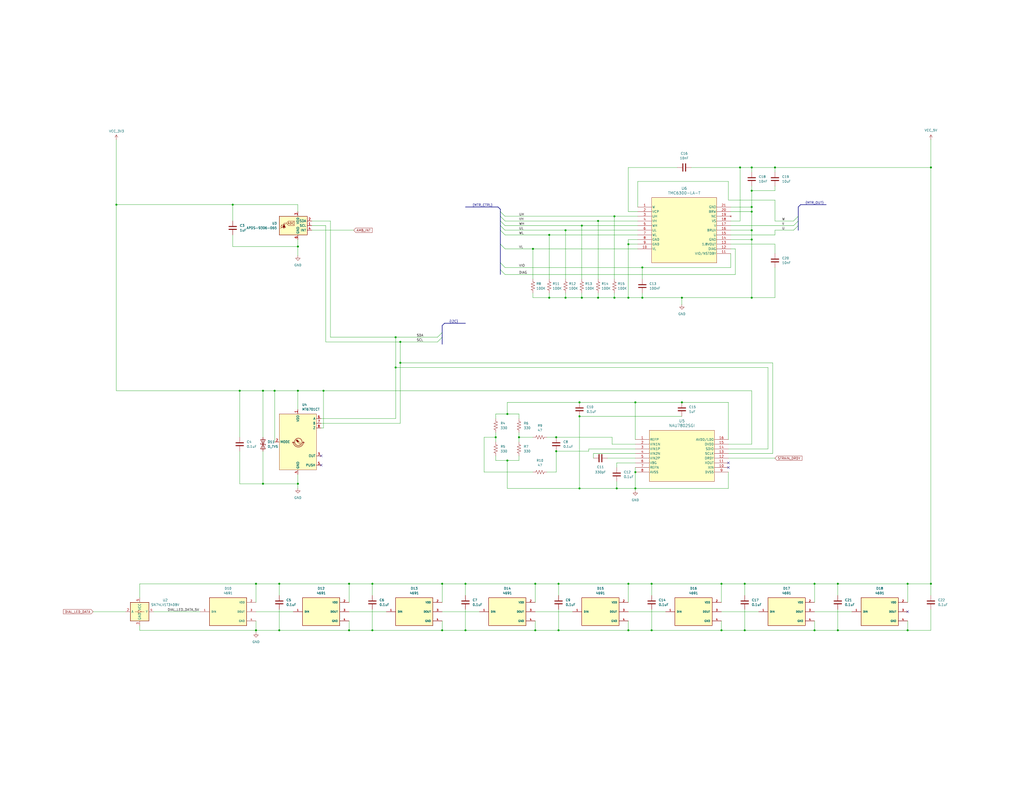
<source format=kicad_sch>
(kicad_sch (version 20231120) (generator "eeschema") (generator_version "8.0")
  (paper "C")
  (title_block (title "Dial") (date "2025-03-28") (rev "0") (company "Biro") (comment 1 "Biro 1"))
  (lib_symbols
    (symbol "Device:C" (pin_numbers hide) (pin_names (offset 0.254))
      (property "Reference" "C" (at 0.635 2.54 0))
      (property "Value" "C" (at 0.635 -2.54 0))
      (symbol "C_0_1"
        (polyline (pts (xy -2.032 -0.762) (xy 2.032 -0.762)) (stroke (width 0.508)))
        (polyline (pts (xy -2.032 0.762) (xy 2.032 0.762)) (stroke (width 0.508)))
      )
      (symbol "C_1_1"
        (pin passive line (at 0 3.81 270) (length 2.794) (name "~") (number "1"))
        (pin passive line (at 0 -3.81 90) (length 2.794) (name "~") (number "2"))
      )
    )
    (symbol "Device:D_TVS" (pin_numbers hide) (pin_names (offset 1.016) hide)
      (property "Reference" "D" (at 0 2.54 0))
      (property "Value" "D_TVS" (at 0 -2.54 0))
      (symbol "D_TVS_0_1"
        (polyline (pts (xy 1.27 0) (xy -1.27 0)))
        (polyline (pts (xy 0.508 1.27) (xy 0 1.27) (xy 0 -1.27) (xy -0.508 -1.27)) (stroke (width 0.254)))
        (polyline (pts (xy -2.54 1.27) (xy -2.54 -1.27) (xy 2.54 1.27) (xy 2.54 -1.27) (xy -2.54 1.27)) (stroke (width 0.254)))
      )
      (symbol "D_TVS_1_1"
        (pin passive line (at -3.81 0 0) (length 2.54) (name "A1") (number "1"))
        (pin passive line (at 3.81 0 180) (length 2.54) (name "A2") (number "2"))
      )
    )
    (symbol "Device:R_US" (pin_numbers hide) (pin_names (offset 0))
      (property "Reference" "R" (at 2.54 0 90))
      (property "Value" "R_US" (at -2.54 0 90))
      (symbol "R_US_0_1"
        (polyline (pts (xy 0 -2.286) (xy 0 -2.54)))
        (polyline (pts (xy 0 2.286) (xy 0 2.54)))
        (polyline (pts (xy 0 -0.762) (xy 1.016 -1.143) (xy 0 -1.524) (xy -1.016 -1.905) (xy 0 -2.286)))
        (polyline (pts (xy 0 0.762) (xy 1.016 0.381) (xy 0 0) (xy -1.016 -0.381) (xy 0 -0.762)))
        (polyline (pts (xy 0 2.286) (xy 1.016 1.905) (xy 0 1.524) (xy -1.016 1.143) (xy 0 0.762)))
      )
      (symbol "R_US_1_1"
        (pin passive line (at 0 3.81 270) (length 1.27) (name "~") (number "1"))
        (pin passive line (at 0 -3.81 90) (length 1.27) (name "~") (number "2"))
      )
    )
    (symbol "Logic_LevelTranslator:SN74LV1T34DBV"
      (property "Reference" "U" (at 5.08 6.35 0))
      (property "Value" "SN74LV1T34DBV" (at 5.08 3.81 0))
      (symbol "SN74LV1T34DBV_0_1"
        (rectangle (start -5.08 5.08) (end 5.08 -5.08) (stroke (width 0.254)) (fill (type background)))
        (polyline (pts (xy -0.762 0) (xy -2.54 0)))
        (polyline (pts (xy 1.016 0) (xy 2.54 0)))
      )
      (symbol "SN74LV1T34DBV_1_1"
        (polyline (pts (xy -0.762 -0.762) (xy -0.762 0.762) (xy 1.016 0) (xy -0.762 -0.762)))
        (pin no_connect line (at -5.08 2.54 0) (length 2.54) hide (name "NC") (number "1"))
        (pin input line (at -7.62 0 0) (length 2.54) (name "A") (number "2"))
        (pin power_in line (at 0 -7.62 90) (length 2.54) (name "GND") (number "3"))
        (pin output line (at 7.62 0 180) (length 2.54) (name "Y") (number "4"))
        (pin power_in line (at 0 7.62 270) (length 2.54) (name "VCC") (number "5"))
      )
    )
    (symbol "Sensor_Magnetic:MT6701CT"
      (property "Reference" "U" (at -9.6632 16.4397 0))
      (property "Value" "MT6701CT" (at 5.5155 16.4397 0))
      (symbol "MT6701CT_0_1"
        (arc (start -2.54 0) (mid 0.254 -2.7819) (end 3.048 0) (stroke (width 0.254)))
        (polyline (pts (xy -2.54 0) (xy -3.048 -0.508)) (stroke (width 0.254)))
        (polyline (pts (xy -2.54 0) (xy -2.032 -0.508)) (stroke (width 0.254)))
        (polyline (pts (xy 3.048 0) (xy 2.54 -0.508)) (stroke (width 0.254)))
        (polyline (pts (xy 3.048 0) (xy 3.556 -0.508)) (stroke (width 0.254)))
      )
      (symbol "MT6701CT_1_1"
        (rectangle (start -10.16 15.24) (end 10.16 -15.24) (fill (type background)))
        (polyline (pts (xy 0.508 0.254) (xy 1.524 -0.762) (xy 1.016 -1.27) (xy 0 -0.254)))
        (polyline (pts (xy -0.508 1.27) (xy 0.508 0.254) (xy 0 -0.254) (xy -1.016 0.762) (xy -0.762 1.016) (xy -0.508 1.27) (xy -0.381 1.143)) (fill (type outline)))
        (circle (center 0.254 0) (radius 2.032) (stroke (width 0.254)))
        (pin power_in line (at 0 17.78 270) (length 2.54) (name "VDD") (number "1"))
        (pin input line (at -12.7 0 0) (length 2.54) (name "MODE") (number "2"))
        (pin output line (at 12.7 -7.62 180) (length 2.54) (name "OUT") (number "3"))
        (pin power_in line (at 0 -17.78 90) (length 2.54) (name "GND") (number "4"))
        (pin output line (at 12.7 -12.7 180) (length 2.54) (name "PUSH") (number "5"))
        (pin output line (at 12.7 12.7 180) (length 2.54) (name "A") (number "6"))
        (pin output line (at 12.7 10.16 180) (length 2.54) (name "B") (number "7"))
        (pin output line (at 12.7 7.62 180) (length 2.54) (name "Z") (number "8"))
      )
    )
    (symbol "Sensor_Optical:APDS-9306-065"
      (property "Reference" "U" (at -6.35 6.35 0))
      (property "Value" "APDS-9306-065" (at 3.81 6.35 0))
      (symbol "APDS-9306-065_0_0"
        (polyline (pts (xy -3.81 1.27) (xy -2.54 2.54) (xy 0.635 2.54) (xy 0.635 0) (xy -2.54 0) (xy -3.81 1.27)))
        (text "ADC" (at -1.27 1.27 0) (effects (font (size 1.27 1.27))))
      )
      (symbol "APDS-9306-065_0_1"
        (rectangle (start -7.62 5.08) (end 7.62 -5.08) (stroke (width 0.254)) (fill (type background)))
      )
      (symbol "APDS-9306-065_1_0"
        (polyline (pts (xy -5.08 -1.524) (xy -5.08 1.27) (xy -3.81 1.27)))
      )
      (symbol "APDS-9306-065_1_1"
        (polyline (pts (xy -6.223 -0.762) (xy -7.112 -1.651)))
        (polyline (pts (xy -6.223 -0.762) (xy -6.731 -0.762)))
        (polyline (pts (xy -6.223 -0.762) (xy -6.223 -1.27)))
        (polyline (pts (xy -6.096 0.254) (xy -6.985 -0.635)))
        (polyline (pts (xy -6.096 0.254) (xy -6.604 0.254)))
        (polyline (pts (xy -6.096 0.254) (xy -6.096 -0.254)))
        (polyline (pts (xy -5.842 0.635) (xy -4.191 0.635)))
        (polyline (pts (xy -4.826 -1.524) (xy -5.334 -1.524)))
        (polyline (pts (xy -5.842 -1.016) (xy -4.191 -1.016) (xy -5.08 0.635) (xy -5.842 -1.016)) (fill (type outline)))
        (pin input line (at 10.16 0 180) (length 2.54) (name "SCL") (number "1"))
        (pin bidirectional line (at 10.16 2.54 180) (length 2.54) (name "SDA") (number "2"))
        (pin power_in line (at 2.54 7.62 270) (length 2.54) (name "VDD") (number "3"))
        (pin open_collector line (at 10.16 -2.54 180) (length 2.54) (name "INT") (number "4"))
        (pin no_connect line (at -7.62 2.54 0) (length 2.54) hide (name "NC") (number "5"))
        (pin power_in line (at 2.54 -7.62 90) (length 2.54) (name "GND") (number "6"))
      )
    )
    (symbol "my_lib:4691" (pin_names (offset 1.016))
      (property "Reference" "D" (at -10.16 8.382 0))
      (property "Value" "4691" (at -10.16 -10.16 0))
      (symbol "4691_0_0"
        (rectangle (start -10.16 -7.62) (end 10.16 7.62) (stroke (width 0.254)) (fill (type background)))
        (pin input line (at -15.24 0 0) (length 5.08) (name "DIN") (number "1"))
        (pin power_in line (at 15.24 5.08 180) (length 5.08) (name "VDD") (number "2"))
        (pin output line (at 15.24 0 180) (length 5.08) (name "DOUT") (number "3"))
        (pin power_in line (at 15.24 -5.08 180) (length 5.08) (name "GND") (number "4"))
      )
    )
    (symbol "my_lib:NAU7802SGI" (pin_names (offset 0.254))
      (property "Reference" "U" (at 25.4 10.16 0))
      (property "Value" "NAU7802SGI" (at 25.4 7.62 0))
      (symbol "NAU7802SGI_0_1"
        (pin unspecified line (at 0 0 0) (length 7.62) (name "REFP") (number "1"))
        (pin unspecified line (at 50.8 -15.24 180) (length 7.62) (name "XIN") (number "10"))
        (pin output line (at 50.8 -12.7 180) (length 7.62) (name "XOUT") (number "11"))
        (pin unspecified line (at 50.8 -10.16 180) (length 7.62) (name "DRDY") (number "12"))
        (pin unspecified line (at 50.8 -7.62 180) (length 7.62) (name "SCLK") (number "13"))
        (pin unspecified line (at 50.8 -5.08 180) (length 7.62) (name "SDIO") (number "14"))
        (pin power_in line (at 50.8 -2.54 180) (length 7.62) (name "DVDD") (number "15"))
        (pin power_in line (at 50.8 0 180) (length 7.62) (name "AVDD/LDO") (number "16"))
        (pin input line (at 0 -2.54 0) (length 7.62) (name "VIN1N") (number "2"))
        (pin input line (at 0 -5.08 0) (length 7.62) (name "VIN1P") (number "3"))
        (pin input line (at 0 -7.62 0) (length 7.62) (name "VIN2N") (number "4"))
        (pin input line (at 0 -10.16 0) (length 7.62) (name "VIN2P") (number "5"))
        (pin unspecified line (at 0 -12.7 0) (length 7.62) (name "VBG") (number "6"))
        (pin unspecified line (at 0 -15.24 0) (length 7.62) (name "REFN") (number "7"))
        (pin power_out line (at 0 -17.78 0) (length 7.62) (name "AVSS") (number "8"))
        (pin power_out line (at 50.8 -17.78 180) (length 7.62) (name "DVSS") (number "9"))
      )
      (symbol "NAU7802SGI_1_1"
        (rectangle (start 7.62 5.08) (end 43.18 -22.86) (fill (type background)))
      )
    )
    (symbol "my_lib:TMC6300-LA-T" (pin_names (offset 0.254))
      (property "Reference" "U" (at 25.4 10.16 0))
      (property "Value" "TMC6300-LA-T" (at 25.4 7.62 0))
      (symbol "TMC6300-LA-T_0_1"
        (pin output line (at 0 0 0) (length 7.62) (name "W") (number "1"))
        (pin input line (at 0 -22.86 0) (length 7.62) (name "VL") (number "10"))
        (pin power_in line (at 50.8 -25.4 180) (length 7.62) (name "VIO/NSTDBY") (number "11"))
        (pin output line (at 50.8 -22.86 180) (length 7.62) (name "DIAG") (number "12"))
        (pin power_in line (at 50.8 -20.32 180) (length 7.62) (name "1.8VOUT") (number "13"))
        (pin power_out line (at 50.8 -17.78 180) (length 7.62) (name "GND") (number "14"))
        (pin output line (at 50.8 -15.24 180) (length 7.62) (name "U") (number "15"))
        (pin unspecified line (at 50.8 -12.7 180) (length 7.62) (name "BRUV") (number "16"))
        (pin output line (at 50.8 -10.16 180) (length 7.62) (name "V") (number "17"))
        (pin power_in line (at 50.8 -7.62 180) (length 7.62) (name "VS") (number "18"))
        (pin no_connect line (at 50.8 -5.08 180) (length 7.62) (name "NC") (number "19"))
        (pin power_in line (at 0 -2.54 0) (length 7.62) (name "VCP") (number "2"))
        (pin unspecified line (at 50.8 -2.54 180) (length 7.62) (name "BRW") (number "20"))
        (pin power_out line (at 50.8 0 180) (length 7.62) (name "GND") (number "21"))
        (pin input line (at 0 -5.08 0) (length 7.62) (name "UH") (number "3"))
        (pin input line (at 0 -7.62 0) (length 7.62) (name "VH") (number "4"))
        (pin input line (at 0 -10.16 0) (length 7.62) (name "WH") (number "5"))
        (pin input line (at 0 -12.7 0) (length 7.62) (name "UL") (number "6"))
        (pin input line (at 0 -15.24 0) (length 7.62) (name "WL") (number "7"))
        (pin power_out line (at 0 -17.78 0) (length 7.62) (name "GND") (number "8"))
        (pin power_out line (at 0 -20.32 0) (length 7.62) (name "GND") (number "9"))
      )
      (symbol "TMC6300-LA-T_1_1"
        (rectangle (start 7.62 5.08) (end 43.18 -30.48) (fill (type background)))
      )
    )
    (symbol "power:+3V3" (power) (pin_numbers hide) (pin_names (offset 0) hide)
      (property "Value" "+3V3" (at 0 3.556 0))
      (symbol "+3V3_0_1"
        (polyline (pts (xy -0.762 1.27) (xy 0 2.54)))
        (polyline (pts (xy 0 0) (xy 0 2.54)))
        (polyline (pts (xy 0 2.54) (xy 0.762 1.27)))
      )
      (symbol "+3V3_1_1"
        (pin power_in line (at 0 0 90) (length 0) (name "~") (number "1"))
      )
    )
    (symbol "power:GND" (power) (pin_numbers hide) (pin_names (offset 0) hide)
      (property "Value" "GND" (at 0 -3.81 0))
      (symbol "GND_0_1"
        (polyline (pts (xy 0 0) (xy 0 -1.27) (xy 1.27 -1.27) (xy 0 -2.54) (xy -1.27 -1.27) (xy 0 -1.27)))
      )
      (symbol "GND_1_1"
        (pin power_in line (at 0 0 270) (length 0) (name "~") (number "1"))
      )
    )
    (symbol "power:VCC" (power) (pin_numbers hide) (pin_names (offset 0) hide)
      (property "Value" "VCC" (at 0 3.556 0))
      (symbol "VCC_0_1"
        (polyline (pts (xy -0.762 1.27) (xy 0 2.54)))
        (polyline (pts (xy 0 0) (xy 0 2.54)))
        (polyline (pts (xy 0 2.54) (xy 0.762 1.27)))
      )
      (symbol "VCC_1_1"
        (pin power_in line (at 0 0 90) (length 0) (name "~") (number "1"))
      )
    )
  )
  (bus_alias "I2C" (members "SDA" "SCL"))
  (bus_alias "MTR_CTRL" (members "UH" "VH" "WH" "UL" "VL" "WL" "VIO" "DIAG"))
  (bus_alias "MTR_OUT" (members "SDA" "SCL"))
  (junction (at 299.72 162.56))
  (junction (at 346.71 257.81))
  (junction (at 350.52 162.56))
  (junction (at 176.53 213.36))
  (junction (at 127 111.76))
  (junction (at 355.6 344.17))
  (junction (at 241.3 344.17))
  (junction (at 143.51 213.36))
  (junction (at 304.8 344.17))
  (junction (at 316.23 227.33))
  (junction (at 336.55 266.7))
  (junction (at 152.4 344.17))
  (junction (at 355.6 318.77))
  (junction (at 342.9 133.35))
  (junction (at 149.86 213.36))
  (junction (at 495.3 318.77))
  (junction (at 335.28 118.11))
  (junction (at 143.51 264.16))
  (junction (at 326.39 162.56))
  (junction (at 410.21 115.57))
  (junction (at 422.91 91.44))
  (junction (at 241.3 318.77))
  (junction (at 190.5 344.17))
  (junction (at 162.56 213.36))
  (junction (at 190.5 318.77))
  (junction (at 372.11 219.71))
  (junction (at 317.5 123.19))
  (junction (at 303.53 246.38))
  (junction (at 457.2 344.17))
  (junction (at 317.5 162.56))
  (junction (at 410.21 130.81))
  (junction (at 308.61 125.73))
  (junction (at 139.7 344.17))
  (junction (at 350.52 146.05))
  (junction (at 316.23 219.71))
  (junction (at 406.4 344.17))
  (junction (at 203.2 318.77))
  (junction (at 254 318.77))
  (junction (at 444.5 318.77))
  (junction (at 403.86 91.44))
  (junction (at 292.1 318.77))
  (junction (at 152.4 318.77))
  (junction (at 290.83 135.89))
  (junction (at 292.1 344.17))
  (junction (at 203.2 344.17))
  (junction (at 218.44 198.12))
  (junction (at 410.21 104.14))
  (junction (at 215.9 200.66))
  (junction (at 342.9 162.56))
  (junction (at 215.9 184.15))
  (junction (at 130.81 213.36))
  (junction (at 326.39 120.65))
  (junction (at 303.53 238.76))
  (junction (at 283.21 238.76))
  (junction (at 276.86 226.06))
  (junction (at 304.8 318.77))
  (junction (at 406.4 318.77))
  (junction (at 508 91.44))
  (junction (at 444.5 344.17))
  (junction (at 308.61 162.56))
  (junction (at 410.21 91.44))
  (junction (at 276.86 251.46))
  (junction (at 508 318.77))
  (junction (at 299.72 128.27))
  (junction (at 346.71 219.71))
  (junction (at 63.5 111.76))
  (junction (at 410.21 113.03))
  (junction (at 139.7 318.77))
  (junction (at 270.51 238.76))
  (junction (at 342.9 318.77))
  (junction (at 162.56 264.16))
  (junction (at 335.28 162.56))
  (junction (at 346.71 266.7))
  (junction (at 495.3 344.17))
  (junction (at 410.21 162.56))
  (junction (at 316.23 266.7))
  (junction (at 342.9 344.17))
  (junction (at 162.56 134.62))
  (junction (at 457.2 318.77))
  (junction (at 218.44 186.69))
  (junction (at 410.21 125.73))
  (junction (at 254 344.17))
  (junction (at 393.7 318.77))
  (junction (at 372.11 162.56))
  (junction (at 393.7 344.17))
  (no_connect (at 175.26 254))
  (no_connect (at 397.51 252.73))
  (no_connect (at 495.3 334.01))
  (no_connect (at 175.26 248.92))
  (no_connect (at 397.51 255.27))
  (bus_entry (at 435.61 123.19) (size -2.54 2.54))
  (bus_entry (at 273.05 120.65) (size 2.54 2.54))
  (bus_entry (at 435.61 118.11) (size -2.54 2.54))
  (bus_entry (at 273.05 125.73) (size 2.54 2.54))
  (bus_entry (at 435.61 120.65) (size -2.54 2.54))
  (bus_entry (at 273.05 118.11) (size 2.54 2.54))
  (bus_entry (at 241.3 181.61) (size -2.54 2.54))
  (bus_entry (at 241.3 184.15) (size -2.54 2.54))
  (bus_entry (at 273.05 133.35) (size 2.54 2.54))
  (bus_entry (at 273.05 147.32) (size 2.54 2.54))
  (bus_entry (at 273.05 143.51) (size 2.54 2.54))
  (bus_entry (at 273.05 123.19) (size 2.54 2.54))
  (bus_entry (at 273.05 115.57) (size 2.54 2.54))
  (wire (pts (xy 406.4 318.77) (xy 444.5 318.77)))
  (wire (pts (xy 304.8 344.17) (xy 342.9 344.17)))
  (wire (pts (xy 317.5 162.56) (xy 326.39 162.56)))
  (wire (pts (xy 422.91 162.56) (xy 410.21 162.56)))
  (wire (pts (xy 342.9 133.35) (xy 347.98 133.35)))
  (bus (pts (xy 242.57 176.53) (xy 254 176.53)))
  (wire (pts (xy 139.7 344.17) (xy 139.7 345.44)))
  (wire (pts (xy 63.5 213.36) (xy 130.81 213.36)))
  (wire (pts (xy 342.9 334.01) (xy 363.22 334.01)))
  (wire (pts (xy 190.5 318.77) (xy 190.5 328.93)))
  (wire (pts (xy 175.26 231.14) (xy 218.44 231.14)))
  (wire (pts (xy 410.21 213.36) (xy 410.21 242.57)))
  (wire (pts (xy 190.5 334.01) (xy 210.82 334.01)))
  (wire (pts (xy 170.18 125.73) (xy 193.04 125.73)))
  (wire (pts (xy 130.81 213.36) (xy 143.51 213.36)))
  (wire (pts (xy 419.1 245.11) (xy 419.1 200.66)))
  (wire (pts (xy 393.7 344.17) (xy 406.4 344.17)))
  (wire (pts (xy 398.78 123.19) (xy 433.07 123.19)))
  (wire (pts (xy 397.51 109.22) (xy 422.91 109.22)))
  (wire (pts (xy 444.5 318.77) (xy 444.5 328.93)))
  (wire (pts (xy 422.91 133.35) (xy 398.78 133.35)))
  (wire (pts (xy 397.51 250.19) (xy 422.91 250.19)))
  (bus (pts (xy 273.05 143.51) (xy 273.05 147.32)))
  (wire (pts (xy 457.2 318.77) (xy 457.2 325.12)))
  (wire (pts (xy 326.39 160.02) (xy 326.39 162.56)))
  (wire (pts (xy 139.7 318.77) (xy 139.7 328.93)))
  (wire (pts (xy 292.1 339.09) (xy 292.1 344.17)))
  (wire (pts (xy 190.5 344.17) (xy 203.2 344.17)))
  (wire (pts (xy 508 76.2) (xy 508 91.44)))
  (wire (pts (xy 152.4 344.17) (xy 190.5 344.17)))
  (wire (pts (xy 304.8 318.77) (xy 342.9 318.77)))
  (wire (pts (xy 203.2 318.77) (xy 241.3 318.77)))
  (wire (pts (xy 342.9 162.56) (xy 350.52 162.56)))
  (wire (pts (xy 130.81 246.38) (xy 130.81 264.16)))
  (wire (pts (xy 241.3 318.77) (xy 241.3 328.93)))
  (wire (pts (xy 377.19 91.44) (xy 403.86 91.44)))
  (wire (pts (xy 218.44 186.69) (xy 238.76 186.69)))
  (wire (pts (xy 180.34 184.15) (xy 215.9 184.15)))
  (wire (pts (xy 457.2 332.74) (xy 457.2 344.17)))
  (wire (pts (xy 304.8 318.77) (xy 304.8 325.12)))
  (wire (pts (xy 190.5 339.09) (xy 190.5 344.17)))
  (wire (pts (xy 203.2 318.77) (xy 203.2 325.12)))
  (wire (pts (xy 275.59 125.73) (xy 308.61 125.73)))
  (wire (pts (xy 335.28 160.02) (xy 335.28 162.56)))
  (wire (pts (xy 372.11 166.37) (xy 372.11 162.56)))
  (bus (pts (xy 273.05 120.65) (xy 273.05 123.19)))
  (wire (pts (xy 127 134.62) (xy 162.56 134.62)))
  (wire (pts (xy 398.78 125.73) (xy 410.21 125.73)))
  (wire (pts (xy 422.91 91.44) (xy 508 91.44)))
  (wire (pts (xy 254 318.77) (xy 254 325.12)))
  (wire (pts (xy 444.5 318.77) (xy 457.2 318.77)))
  (wire (pts (xy 347.98 115.57) (xy 342.9 115.57)))
  (wire (pts (xy 444.5 334.01) (xy 464.82 334.01)))
  (wire (pts (xy 397.51 266.7) (xy 346.71 266.7)))
  (wire (pts (xy 308.61 162.56) (xy 317.5 162.56)))
  (wire (pts (xy 170.18 123.19) (xy 177.8 123.19)))
  (wire (pts (xy 162.56 111.76) (xy 162.56 115.57)))
  (wire (pts (xy 130.81 213.36) (xy 130.81 238.76)))
  (wire (pts (xy 76.2 326.39) (xy 76.2 318.77)))
  (wire (pts (xy 283.21 236.22) (xy 283.21 238.76)))
  (wire (pts (xy 335.28 162.56) (xy 342.9 162.56)))
  (wire (pts (xy 290.83 257.81) (xy 264.16 257.81)))
  (wire (pts (xy 495.3 318.77) (xy 495.3 328.93)))
  (wire (pts (xy 342.9 133.35) (xy 342.9 162.56)))
  (wire (pts (xy 419.1 200.66) (xy 215.9 200.66)))
  (wire (pts (xy 275.59 120.65) (xy 326.39 120.65)))
  (wire (pts (xy 457.2 344.17) (xy 495.3 344.17)))
  (wire (pts (xy 422.91 109.22) (xy 422.91 120.65)))
  (wire (pts (xy 290.83 160.02) (xy 290.83 162.56)))
  (wire (pts (xy 421.64 247.65) (xy 421.64 198.12)))
  (wire (pts (xy 457.2 318.77) (xy 495.3 318.77)))
  (bus (pts (xy 241.3 177.8) (xy 242.57 176.53)))
  (wire (pts (xy 410.21 104.14) (xy 410.21 113.03)))
  (wire (pts (xy 254 344.17) (xy 292.1 344.17)))
  (wire (pts (xy 149.86 213.36) (xy 162.56 213.36)))
  (wire (pts (xy 299.72 162.56) (xy 308.61 162.56)))
  (wire (pts (xy 180.34 120.65) (xy 180.34 184.15)))
  (bus (pts (xy 273.05 125.73) (xy 273.05 133.35)))
  (wire (pts (xy 398.78 115.57) (xy 410.21 115.57)))
  (wire (pts (xy 270.51 226.06) (xy 276.86 226.06)))
  (wire (pts (xy 139.7 344.17) (xy 152.4 344.17)))
  (wire (pts (xy 270.51 228.6) (xy 270.51 226.06)))
  (wire (pts (xy 347.98 99.06) (xy 397.51 99.06)))
  (wire (pts (xy 149.86 241.3) (xy 149.86 213.36)))
  (wire (pts (xy 139.7 334.01) (xy 160.02 334.01)))
  (wire (pts (xy 342.9 339.09) (xy 342.9 344.17)))
  (wire (pts (xy 162.56 213.36) (xy 162.56 223.52)))
  (wire (pts (xy 218.44 186.69) (xy 218.44 198.12)))
  (wire (pts (xy 63.5 111.76) (xy 63.5 213.36)))
  (wire (pts (xy 170.18 120.65) (xy 180.34 120.65)))
  (wire (pts (xy 398.78 113.03) (xy 410.21 113.03)))
  (wire (pts (xy 410.21 162.56) (xy 372.11 162.56)))
  (wire (pts (xy 127 120.65) (xy 127 111.76)))
  (wire (pts (xy 270.51 248.92) (xy 270.51 251.46)))
  (wire (pts (xy 162.56 264.16) (xy 162.56 266.7)))
  (bus (pts (xy 273.05 123.19) (xy 273.05 125.73)))
  (bus (pts (xy 241.3 177.8) (xy 241.3 181.61)))
  (wire (pts (xy 218.44 198.12) (xy 218.44 231.14)))
  (wire (pts (xy 299.72 128.27) (xy 299.72 152.4)))
  (wire (pts (xy 152.4 318.77) (xy 152.4 325.12)))
  (bus (pts (xy 241.3 184.15) (xy 241.3 187.96)))
  (wire (pts (xy 342.9 115.57) (xy 342.9 91.44)))
  (wire (pts (xy 410.21 113.03) (xy 410.21 115.57)))
  (wire (pts (xy 321.31 245.11) (xy 321.31 246.38)))
  (wire (pts (xy 347.98 130.81) (xy 342.9 130.81)))
  (wire (pts (xy 139.7 318.77) (xy 152.4 318.77)))
  (bus (pts (xy 435.61 118.11) (xy 435.61 120.65)))
  (wire (pts (xy 283.21 251.46) (xy 283.21 248.92)))
  (wire (pts (xy 241.3 344.17) (xy 254 344.17)))
  (wire (pts (xy 398.78 128.27) (xy 422.91 128.27)))
  (wire (pts (xy 290.83 135.89) (xy 347.98 135.89)))
  (wire (pts (xy 254 318.77) (xy 292.1 318.77)))
  (wire (pts (xy 342.9 91.44) (xy 369.57 91.44)))
  (wire (pts (xy 176.53 233.68) (xy 176.53 213.36)))
  (wire (pts (xy 316.23 219.71) (xy 346.71 219.71)))
  (wire (pts (xy 264.16 257.81) (xy 264.16 238.76)))
  (wire (pts (xy 241.3 318.77) (xy 254 318.77)))
  (wire (pts (xy 495.3 344.17) (xy 508 344.17)))
  (wire (pts (xy 276.86 266.7) (xy 276.86 251.46)))
  (wire (pts (xy 317.5 160.02) (xy 317.5 162.56)))
  (wire (pts (xy 275.59 118.11) (xy 335.28 118.11)))
  (wire (pts (xy 283.21 238.76) (xy 283.21 241.3)))
  (wire (pts (xy 444.5 344.17) (xy 457.2 344.17)))
  (wire (pts (xy 308.61 125.73) (xy 347.98 125.73)))
  (wire (pts (xy 276.86 226.06) (xy 283.21 226.06)))
  (wire (pts (xy 410.21 115.57) (xy 410.21 125.73)))
  (wire (pts (xy 398.78 130.81) (xy 410.21 130.81)))
  (wire (pts (xy 276.86 251.46) (xy 283.21 251.46)))
  (wire (pts (xy 317.5 123.19) (xy 317.5 152.4)))
  (wire (pts (xy 299.72 128.27) (xy 347.98 128.27)))
  (wire (pts (xy 283.21 238.76) (xy 290.83 238.76)))
  (wire (pts (xy 422.91 101.6) (xy 422.91 104.14)))
  (wire (pts (xy 323.85 247.65) (xy 346.71 247.65)))
  (wire (pts (xy 397.51 242.57) (xy 410.21 242.57)))
  (wire (pts (xy 495.3 344.17) (xy 495.3 339.09)))
  (bus (pts (xy 436.88 111.76) (xy 450.85 111.76)))
  (wire (pts (xy 350.52 162.56) (xy 372.11 162.56)))
  (wire (pts (xy 292.1 334.01) (xy 312.42 334.01)))
  (wire (pts (xy 264.16 238.76) (xy 270.51 238.76)))
  (wire (pts (xy 355.6 318.77) (xy 355.6 325.12)))
  (wire (pts (xy 355.6 344.17) (xy 393.7 344.17)))
  (wire (pts (xy 422.91 104.14) (xy 410.21 104.14)))
  (wire (pts (xy 203.2 344.17) (xy 241.3 344.17)))
  (wire (pts (xy 298.45 257.81) (xy 303.53 257.81)))
  (wire (pts (xy 422.91 125.73) (xy 433.07 125.73)))
  (wire (pts (xy 299.72 160.02) (xy 299.72 162.56)))
  (wire (pts (xy 508 332.74) (xy 508 344.17)))
  (wire (pts (xy 316.23 266.7) (xy 276.86 266.7)))
  (wire (pts (xy 421.64 198.12) (xy 218.44 198.12)))
  (wire (pts (xy 143.51 264.16) (xy 162.56 264.16)))
  (wire (pts (xy 336.55 262.89) (xy 336.55 266.7)))
  (wire (pts (xy 175.26 228.6) (xy 215.9 228.6)))
  (wire (pts (xy 275.59 123.19) (xy 317.5 123.19)))
  (wire (pts (xy 316.23 219.71) (xy 276.86 219.71)))
  (wire (pts (xy 331.47 250.19) (xy 346.71 250.19)))
  (wire (pts (xy 276.86 219.71) (xy 276.86 226.06)))
  (wire (pts (xy 76.2 341.63) (xy 76.2 344.17)))
  (wire (pts (xy 152.4 332.74) (xy 152.4 344.17)))
  (wire (pts (xy 292.1 318.77) (xy 292.1 328.93)))
  (wire (pts (xy 317.5 123.19) (xy 347.98 123.19)))
  (wire (pts (xy 410.21 101.6) (xy 410.21 104.14)))
  (wire (pts (xy 270.51 236.22) (xy 270.51 238.76)))
  (wire (pts (xy 336.55 266.7) (xy 316.23 266.7)))
  (wire (pts (xy 143.51 213.36) (xy 149.86 213.36)))
  (wire (pts (xy 63.5 76.2) (xy 63.5 111.76)))
  (wire (pts (xy 176.53 233.68) (xy 175.26 233.68)))
  (wire (pts (xy 350.52 146.05) (xy 398.78 146.05)))
  (wire (pts (xy 304.8 332.74) (xy 304.8 344.17)))
  (wire (pts (xy 355.6 332.74) (xy 355.6 344.17)))
  (wire (pts (xy 127 128.27) (xy 127 134.62)))
  (wire (pts (xy 406.4 332.74) (xy 406.4 344.17)))
  (wire (pts (xy 346.71 245.11) (xy 321.31 245.11)))
  (wire (pts (xy 143.51 213.36) (xy 143.51 238.76)))
  (wire (pts (xy 176.53 213.36) (xy 410.21 213.36)))
  (wire (pts (xy 275.59 128.27) (xy 299.72 128.27)))
  (wire (pts (xy 203.2 332.74) (xy 203.2 344.17)))
  (wire (pts (xy 410.21 130.81) (xy 410.21 162.56)))
  (bus (pts (xy 273.05 133.35) (xy 273.05 143.51)))
  (wire (pts (xy 495.3 318.77) (xy 508 318.77)))
  (wire (pts (xy 176.53 213.36) (xy 162.56 213.36)))
  (wire (pts (xy 308.61 125.73) (xy 308.61 152.4)))
  (wire (pts (xy 215.9 228.6) (xy 215.9 200.66)))
  (wire (pts (xy 393.7 318.77) (xy 393.7 328.93)))
  (wire (pts (xy 177.8 186.69) (xy 218.44 186.69)))
  (wire (pts (xy 393.7 339.09) (xy 393.7 344.17)))
  (wire (pts (xy 397.51 247.65) (xy 421.64 247.65)))
  (bus (pts (xy 273.05 114.3) (xy 271.78 113.03)))
  (bus (pts (xy 273.05 147.32) (xy 273.05 149.86)))
  (wire (pts (xy 406.4 344.17) (xy 444.5 344.17)))
  (wire (pts (xy 215.9 184.15) (xy 238.76 184.15)))
  (wire (pts (xy 342.9 318.77) (xy 342.9 328.93)))
  (wire (pts (xy 422.91 91.44) (xy 410.21 91.44)))
  (wire (pts (xy 410.21 125.73) (xy 410.21 130.81)))
  (wire (pts (xy 347.98 113.03) (xy 347.98 99.06)))
  (wire (pts (xy 270.51 238.76) (xy 270.51 241.3)))
  (wire (pts (xy 298.45 238.76) (xy 303.53 238.76)))
  (bus (pts (xy 254 113.03) (xy 271.78 113.03)))
  (wire (pts (xy 422.91 93.98) (xy 422.91 91.44)))
  (wire (pts (xy 335.28 118.11) (xy 335.28 152.4)))
  (wire (pts (xy 398.78 135.89) (xy 401.32 135.89)))
  (wire (pts (xy 316.23 227.33) (xy 372.11 227.33)))
  (wire (pts (xy 303.53 257.81) (xy 303.53 246.38)))
  (wire (pts (xy 346.71 252.73) (xy 336.55 252.73)))
  (bus (pts (xy 273.05 115.57) (xy 273.05 118.11)))
  (wire (pts (xy 326.39 120.65) (xy 347.98 120.65)))
  (wire (pts (xy 346.71 257.81) (xy 346.71 266.7)))
  (wire (pts (xy 397.51 245.11) (xy 419.1 245.11)))
  (wire (pts (xy 323.85 250.19) (xy 323.85 247.65)))
  (wire (pts (xy 215.9 200.66) (xy 215.9 184.15)))
  (wire (pts (xy 346.71 255.27) (xy 346.71 257.81)))
  (wire (pts (xy 508 318.77) (xy 508 325.12)))
  (wire (pts (xy 342.9 130.81) (xy 342.9 133.35)))
  (wire (pts (xy 270.51 251.46) (xy 276.86 251.46)))
  (wire (pts (xy 508 91.44) (xy 508 318.77)))
  (wire (pts (xy 335.28 118.11) (xy 347.98 118.11)))
  (wire (pts (xy 397.51 219.71) (xy 372.11 219.71)))
  (wire (pts (xy 177.8 123.19) (xy 177.8 186.69)))
  (wire (pts (xy 63.5 111.76) (xy 127 111.76)))
  (wire (pts (xy 346.71 219.71) (xy 346.71 240.03)))
  (wire (pts (xy 275.59 149.86) (xy 401.32 149.86)))
  (wire (pts (xy 372.11 219.71) (xy 346.71 219.71)))
  (wire (pts (xy 410.21 91.44) (xy 403.86 91.44)))
  (wire (pts (xy 342.9 318.77) (xy 355.6 318.77)))
  (wire (pts (xy 393.7 318.77) (xy 406.4 318.77)))
  (wire (pts (xy 398.78 120.65) (xy 403.86 120.65)))
  (wire (pts (xy 50.8 334.01) (xy 68.58 334.01)))
  (wire (pts (xy 241.3 339.09) (xy 241.3 344.17)))
  (wire (pts (xy 162.56 134.62) (xy 162.56 139.7)))
  (wire (pts (xy 162.56 259.08) (xy 162.56 264.16)))
  (wire (pts (xy 303.53 246.38) (xy 321.31 246.38)))
  (wire (pts (xy 254 332.74) (xy 254 344.17)))
  (wire (pts (xy 346.71 242.57) (xy 334.01 242.57)))
  (wire (pts (xy 406.4 318.77) (xy 406.4 325.12)))
  (wire (pts (xy 139.7 339.09) (xy 139.7 344.17)))
  (wire (pts (xy 336.55 266.7) (xy 346.71 266.7)))
  (wire (pts (xy 308.61 160.02) (xy 308.61 162.56)))
  (wire (pts (xy 422.91 138.43) (xy 422.91 133.35)))
  (wire (pts (xy 303.53 238.76) (xy 334.01 238.76)))
  (bus (pts (xy 435.61 123.19) (xy 435.61 125.73)))
  (wire (pts (xy 283.21 226.06) (xy 283.21 228.6)))
  (bus (pts (xy 241.3 181.61) (xy 241.3 184.15)))
  (wire (pts (xy 397.51 257.81) (xy 397.51 266.7)))
  (wire (pts (xy 350.52 160.02) (xy 350.52 162.56)))
  (wire (pts (xy 83.82 334.01) (xy 109.22 334.01)))
  (wire (pts (xy 422.91 128.27) (xy 422.91 125.73)))
  (bus (pts (xy 435.61 113.03) (xy 435.61 118.11)))
  (wire (pts (xy 275.59 146.05) (xy 350.52 146.05)))
  (wire (pts (xy 422.91 146.05) (xy 422.91 162.56)))
  (bus (pts (xy 273.05 114.3) (xy 273.05 115.57)))
  (wire (pts (xy 355.6 318.77) (xy 393.7 318.77)))
  (wire (pts (xy 316.23 227.33) (xy 316.23 266.7)))
  (wire (pts (xy 410.21 91.44) (xy 410.21 93.98)))
  (wire (pts (xy 275.59 135.89) (xy 290.83 135.89)))
  (wire (pts (xy 444.5 339.09) (xy 444.5 344.17)))
  (wire (pts (xy 397.51 240.03) (xy 397.51 219.71)))
  (wire (pts (xy 162.56 130.81) (xy 162.56 134.62)))
  (wire (pts (xy 130.81 264.16) (xy 143.51 264.16)))
  (wire (pts (xy 152.4 318.77) (xy 190.5 318.77)))
  (wire (pts (xy 190.5 318.77) (xy 203.2 318.77)))
  (wire (pts (xy 397.51 99.06) (xy 397.51 109.22)))
  (wire (pts (xy 393.7 334.01) (xy 414.02 334.01)))
  (wire (pts (xy 290.83 162.56) (xy 299.72 162.56)))
  (wire (pts (xy 342.9 344.17) (xy 355.6 344.17)))
  (wire (pts (xy 398.78 138.43) (xy 398.78 146.05)))
  (wire (pts (xy 326.39 162.56) (xy 335.28 162.56)))
  (wire (pts (xy 346.71 267.97) (xy 346.71 266.7)))
  (wire (pts (xy 326.39 120.65) (xy 326.39 152.4)))
  (wire (pts (xy 76.2 344.17) (xy 139.7 344.17)))
  (bus (pts (xy 435.61 120.65) (xy 435.61 123.19)))
  (wire (pts (xy 290.83 135.89) (xy 290.83 152.4)))
  (wire (pts (xy 241.3 334.01) (xy 261.62 334.01)))
  (wire (pts (xy 76.2 318.77) (xy 139.7 318.77)))
  (wire (pts (xy 422.91 120.65) (xy 433.07 120.65)))
  (wire (pts (xy 334.01 242.57) (xy 334.01 238.76)))
  (wire (pts (xy 350.52 146.05) (xy 350.52 152.4)))
  (bus (pts (xy 273.05 118.11) (xy 273.05 120.65)))
  (wire (pts (xy 336.55 252.73) (xy 336.55 255.27)))
  (wire (pts (xy 143.51 246.38) (xy 143.51 264.16)))
  (wire (pts (xy 292.1 344.17) (xy 304.8 344.17)))
  (wire (pts (xy 292.1 318.77) (xy 304.8 318.77)))
  (wire (pts (xy 403.86 91.44) (xy 403.86 120.65)))
  (bus (pts (xy 435.61 113.03) (xy 436.88 111.76)))
  (wire (pts (xy 401.32 135.89) (xy 401.32 149.86)))
  (wire (pts (xy 127 111.76) (xy 162.56 111.76)))
  (label "{I2C}" (at 245.11 176.53 0))
  (label "SCL" (at 227.33 186.69 0))
  (label "DIAG" (at 283.21 149.86 0))
  (label "W" (at 426.72 120.65 0))
  (label "VIO" (at 283.21 146.05 0))
  (label "UL" (at 283.21 125.73 0))
  (label "VL" (at 283.21 135.89 0))
  (label "{MTR_CTRL}" (at 257.81 113.03 0))
  (label "V" (at 426.72 123.19 0))
  (label "VH" (at 283.21 120.65 0))
  (label "WL" (at 283.21 128.27 0))
  (label "DIAL_LED_DATA_5V" (at 91.44 334.01 0))
  (label "UH" (at 283.21 118.11 0))
  (label "U" (at 426.72 125.73 0))
  (label "WH" (at 283.21 123.19 0))
  (label "{MTR_OUT}" (at 439.42 111.76 0))
  (label "SDA" (at 227.33 184.15 0))
  (global_label "AMB_INT" (shape input) (at 193.04 125.73 0) (property "Intersheetrefs" "${INTERSHEET_REFS}" (effects (hide yes))))
  (global_label "DIAL_LED_DATA" (shape input) (at 50.8 334.01 180) (property "Intersheetrefs" "${INTERSHEET_REFS}" (effects (hide yes))))
  (global_label "STRAIN_DRDY" (shape input) (at 422.91 250.19 0) (property "Intersheetrefs" "${INTERSHEET_REFS}" (effects (hide yes))))
  (symbol (lib_id "Device:R_US") (at 317.5 156.21 0) (unit 1)
    (property "Reference" "R13" (at 319.278 154.94 0) (effects (justify left)))
    (property "Value" "100K" (at 319.278 157.48 0) (effects (justify left)))
    (property "Description" "Resistor, US symbol" (effects (hide yes)))
  )
  (symbol (lib_id "Device:C") (at 303.53 242.57 0) (unit 1)
    (property "Reference" "C8" (at 307.34 241.2999 0) (effects (justify left)))
    (property "Value" "0.1uF" (at 307.34 243.8399 0) (effects (justify left)))
    (property "Description" "Unpolarized capacitor" (effects (hide yes)))
  )
  (symbol (lib_id "Device:R_US") (at 299.72 156.21 0) (unit 1)
    (property "Reference" "R11" (at 301.498 154.94 0) (effects (justify left)))
    (property "Value" "100K" (at 301.498 157.48 0) (effects (justify left)))
    (property "Description" "Resistor, US symbol" (effects (hide yes)))
  )
  (symbol (lib_id "Device:R_US") (at 283.21 245.11 0) (unit 1)
    (property "Reference" "R7" (at 285.75 243.8399 0) (effects (justify left)))
    (property "Value" "330" (at 285.75 246.3799 0) (effects (justify left)))
    (property "Description" "Resistor, US symbol" (effects (hide yes)))
  )
  (symbol (lib_id "Device:C") (at 355.6 328.93 0) (unit 1)
    (property "Reference" "C14" (at 359.41 327.6599 0) (effects (justify left)))
    (property "Value" "0.1uF" (at 359.41 330.1999 0) (effects (justify left)))
    (property "Description" "Unpolarized capacitor" (effects (hide yes)))
  )
  (symbol (lib_id "Device:C") (at 127 124.46 0) (unit 1)
    (property "Reference" "C3" (at 130.81 123.1899 0) (effects (justify left)))
    (property "Value" "1uF" (at 130.81 125.7299 0) (effects (justify left)))
    (property "Description" "Unpolarized capacitor" (effects (hide yes)))
  )
  (symbol (lib_id "my_lib:4691") (at 175.26 334.01 0) (unit 1)
    (property "Reference" "D12" (at 175.26 321.31 0))
    (property "Value" "4691" (at 175.26 323.85 0))
    (property "Footprint" "LED_4691:LED_4691" (effects (hide yes)))
  )
  (symbol (lib_id "my_lib:4691") (at 276.86 334.01 0) (unit 1)
    (property "Reference" "D14" (at 276.86 321.31 0))
    (property "Value" "4691" (at 276.86 323.85 0))
    (property "Footprint" "LED_4691:LED_4691" (effects (hide yes)))
  )
  (symbol (lib_id "Device:R_US") (at 283.21 232.41 0) (unit 1)
    (property "Reference" "R6" (at 285.75 231.1399 0) (effects (justify left)))
    (property "Value" "330" (at 285.75 233.6799 0) (effects (justify left)))
    (property "Description" "Resistor, US symbol" (effects (hide yes)))
  )
  (symbol (lib_id "Device:C") (at 304.8 328.93 0) (unit 1)
    (property "Reference" "C9" (at 308.61 327.6599 0) (effects (justify left)))
    (property "Value" "0.1uF" (at 308.61 330.1999 0) (effects (justify left)))
    (property "Description" "Unpolarized capacitor" (effects (hide yes)))
  )
  (symbol (lib_id "Device:R_US") (at 294.64 257.81 90) (unit 1)
    (property "Reference" "R10" (at 294.64 251.46 90))
    (property "Value" "47" (at 294.64 254 90))
    (property "Description" "Resistor, US symbol" (effects (hide yes)))
  )
  (symbol (lib_id "Sensor_Optical:APDS-9306-065") (at 160.02 123.19 0) (unit 1)
    (property "Reference" "U3" (at 151.13 121.9199 0) (effects (justify right)))
    (property "Value" "APDS-9306-065" (at 151.13 124.4599 0) (effects (justify right)))
    (property "Footprint" "OptoDevice:Broadcom_DFN-6_2x2mm_P0.65mm" (effects (hide yes)))
    (property "Datasheet" "https://docs.broadcom.com/docs/AV02-4755EN" (effects (hide yes)))
    (property "Description" "Ambient Light Sensor, I2C interface, 1.7-3.6V, DFN-6" (effects (hide yes)))
  )
  (symbol (lib_id "Device:C") (at 457.2 328.93 0) (unit 1)
    (property "Reference" "C21" (at 461.01 327.6599 0) (effects (justify left)))
    (property "Value" "0.1uF" (at 461.01 330.1999 0) (effects (justify left)))
    (property "Description" "Unpolarized capacitor" (effects (hide yes)))
  )
  (symbol (lib_id "Device:R_US") (at 308.61 156.21 0) (unit 1)
    (property "Reference" "R12" (at 310.388 154.94 0) (effects (justify left)))
    (property "Value" "100K" (at 310.388 157.48 0) (effects (justify left)))
    (property "Description" "Resistor, US symbol" (effects (hide yes)))
  )
  (symbol (lib_id "power:+3V3") (at 63.5 76.2 0) (unit 1)
    (property "Reference" "#PWR9" (effects (hide yes)))
    (property "Value" "VCC_3V3" (at 59.436 71.628 0) (effects (justify left)))
    (property "Description" "Power symbol creates a global label with name \"+3V3\"" (effects (hide yes)))
  )
  (symbol (lib_id "power:GND") (at 162.56 139.7 0) (unit 1)
    (property "Reference" "#PWR11" (effects (hide yes)))
    (property "Value" "GND" (at 162.56 144.78 0))
    (property "Description" "Power symbol creates a global label with name \"GND\" , ground" (effects (hide yes)))
  )
  (symbol (lib_id "Device:C") (at 422.91 97.79 0) (unit 1)
    (property "Reference" "C19" (at 426.72 96.5199 0) (effects (justify left)))
    (property "Value" "10uF" (at 426.72 99.0599 0) (effects (justify left)))
    (property "Description" "Unpolarized capacitor" (effects (hide yes)))
  )
  (symbol (lib_id "Device:C") (at 203.2 328.93 0) (unit 1)
    (property "Reference" "C6" (at 207.01 327.6599 0) (effects (justify left)))
    (property "Value" "0.1uF" (at 207.01 330.1999 0) (effects (justify left)))
    (property "Description" "Unpolarized capacitor" (effects (hide yes)))
  )
  (symbol (lib_id "power:GND") (at 372.11 166.37 0) (unit 1)
    (property "Reference" "#PWR14" (effects (hide yes)))
    (property "Value" "GND" (at 372.11 171.45 0))
    (property "Description" "Power symbol creates a global label with name \"GND\" , ground" (effects (hide yes)))
  )
  (symbol (lib_id "Device:D_TVS") (at 143.51 242.57 90) (unit 1)
    (property "Reference" "D11" (at 146.05 241.2999 90) (effects (justify right)))
    (property "Value" "D_TVS" (at 146.05 243.8399 90) (effects (justify right)))
    (property "Footprint" "Diode_SMD:D_0603_1608Metric" (effects (hide yes)))
    (property "Description" "Bidirectional transient-voltage-suppression diode" (effects (hide yes)))
  )
  (symbol (lib_id "Device:C") (at 316.23 223.52 0) (unit 1)
    (property "Reference" "C10" (at 320.04 222.2499 0) (effects (justify left)))
    (property "Value" "0.1uF" (at 320.04 224.7899 0) (effects (justify left)))
    (property "Description" "Unpolarized capacitor" (effects (hide yes)))
  )
  (symbol (lib_id "Device:C") (at 327.66 250.19 90) (unit 1)
    (property "Reference" "C11" (at 327.66 255.016 90))
    (property "Value" "330pF" (at 327.66 257.81 90))
    (property "Description" "Unpolarized capacitor" (effects (hide yes)))
  )
  (symbol (lib_id "my_lib:4691") (at 226.06 334.01 0) (unit 1)
    (property "Reference" "D13" (at 226.06 321.31 0))
    (property "Value" "4691" (at 226.06 323.85 0))
    (property "Footprint" "LED_4691:LED_4691" (effects (hide yes)))
  )
  (symbol (lib_id "Device:R_US") (at 270.51 245.11 0) (unit 1)
    (property "Reference" "R5" (at 273.05 243.8399 0) (effects (justify left)))
    (property "Value" "330" (at 273.05 246.3799 0) (effects (justify left)))
    (property "Description" "Resistor, US symbol" (effects (hide yes)))
  )
  (symbol (lib_id "Device:C") (at 422.91 142.24 180) (unit 1)
    (property "Reference" "C20" (at 426.72 140.9699 0) (effects (justify right)))
    (property "Value" "10nF" (at 426.72 143.5099 0) (effects (justify right)))
    (property "Description" "Unpolarized capacitor" (effects (hide yes)))
  )
  (symbol (lib_id "Device:C") (at 508 328.93 0) (unit 1)
    (property "Reference" "C22" (at 511.81 327.6599 0) (effects (justify left)))
    (property "Value" "0.1uF" (at 511.81 330.1999 0) (effects (justify left)))
    (property "Description" "Unpolarized capacitor" (effects (hide yes)))
  )
  (symbol (lib_id "Device:C") (at 372.11 223.52 0) (unit 1)
    (property "Reference" "C15" (at 375.92 222.2499 0) (effects (justify left)))
    (property "Value" "1uF" (at 375.92 224.7899 0) (effects (justify left)))
    (property "Description" "Unpolarized capacitor" (effects (hide yes)))
  )
  (symbol (lib_id "Device:C") (at 406.4 328.93 0) (unit 1)
    (property "Reference" "C17" (at 410.21 327.6599 0) (effects (justify left)))
    (property "Value" "0.1uF" (at 410.21 330.1999 0) (effects (justify left)))
    (property "Description" "Unpolarized capacitor" (effects (hide yes)))
  )
  (symbol (lib_id "Sensor_Magnetic:MT6701CT") (at 162.56 241.3 0) (unit 1)
    (property "Reference" "U4" (at 164.7541 220.98 0) (effects (justify left)))
    (property "Value" "MT6701CT" (at 164.7541 223.52 0) (effects (justify left)))
    (property "Footprint" "Package_SO:SO-8_3.9x4.9mm_P1.27mm" (effects (hide yes)))
    (property "Datasheet" "https://www.magntek.com.cn/upload/MT6701_Rev.1.5.pdf" (effects (hide yes)))
    (property "Description" "Hall Based Angle Position Encoder Sensor, I2C, SSI, ABZ & UVW interfaces, 3.3..5V supply, SOIC-8" (effects (hide yes)))
  )
  (symbol (lib_id "power:VCC") (at 508 76.2 0) (unit 1)
    (property "Reference" "#PWR15" (effects (hide yes)))
    (property "Value" "VCC_5V" (at 508 71.12 0))
    (property "Description" "Power symbol creates a global label with name \"VCC_5V\"" (effects (hide yes)))
  )
  (symbol (lib_id "my_lib:NAU7802SGI") (at 346.71 240.03 0) (unit 1)
    (property "Reference" "U5" (at 372.11 229.87 0) (effects (font (size 1.524 1.524))))
    (property "Value" "NAU7802SGI" (at 372.11 232.41 0) (effects (font (size 1.524 1.524))))
    (property "Footprint" "NAU7802SGI:SOI16_NAU7802SGI_NUV" (effects (hide yes)))
    (property "Datasheet" "NAU7802SGI" (effects (hide yes)))
  )
  (symbol (lib_id "my_lib:4691") (at 327.66 334.01 0) (unit 1)
    (property "Reference" "D15" (at 327.66 321.31 0))
    (property "Value" "4691" (at 327.66 323.85 0))
    (property "Footprint" "LED_4691:LED_4691" (effects (hide yes)))
  )
  (symbol (lib_id "Device:R_US") (at 326.39 156.21 0) (unit 1)
    (property "Reference" "R14" (at 328.168 154.94 0) (effects (justify left)))
    (property "Value" "100K" (at 328.168 157.48 0) (effects (justify left)))
    (property "Description" "Resistor, US symbol" (effects (hide yes)))
  )
  (symbol (lib_id "Device:C") (at 152.4 328.93 0) (unit 1)
    (property "Reference" "C5" (at 156.21 327.6599 0) (effects (justify left)))
    (property "Value" "0.1uF" (at 156.21 330.1999 0) (effects (justify left)))
    (property "Description" "Unpolarized capacitor" (effects (hide yes)))
  )
  (symbol (lib_id "my_lib:TMC6300-LA-T") (at 347.98 113.03 0) (unit 1)
    (property "Reference" "U6" (at 373.38 102.87 0) (effects (font (size 1.524 1.524))))
    (property "Value" "TMC6300-LA-T" (at 373.38 105.41 0) (effects (font (size 1.524 1.524))))
    (property "Footprint" "TMC6300:21-100586_K2033&plus_1C_ADI" (effects (hide yes)))
    (property "Datasheet" "TMC6300-LA-T" (effects (hide yes)))
  )
  (symbol (lib_id "Device:R_US") (at 335.28 156.21 0) (unit 1)
    (property "Reference" "R15" (at 337.058 154.94 0) (effects (justify left)))
    (property "Value" "100K" (at 337.058 157.48 0) (effects (justify left)))
    (property "Description" "Resistor, US symbol" (effects (hide yes)))
  )
  (symbol (lib_id "my_lib:4691") (at 378.46 334.01 0) (unit 1)
    (property "Reference" "D16" (at 378.46 321.31 0))
    (property "Value" "4691" (at 378.46 323.85 0))
    (property "Footprint" "LED_4691:LED_4691" (effects (hide yes)))
  )
  (symbol (lib_id "my_lib:4691") (at 480.06 334.01 0) (unit 1)
    (property "Reference" "D18" (at 480.06 321.31 0))
    (property "Value" "4691" (at 480.06 323.85 0))
    (property "Footprint" "LED_4691:LED_4691" (effects (hide yes)))
  )
  (symbol (lib_id "my_lib:4691") (at 429.26 334.01 0) (unit 1)
    (property "Reference" "D17" (at 429.26 321.31 0))
    (property "Value" "4691" (at 429.26 323.85 0))
    (property "Footprint" "LED_4691:LED_4691" (effects (hide yes)))
  )
  (symbol (lib_id "Device:R_US") (at 294.64 238.76 90) (unit 1)
    (property "Reference" "R9" (at 294.64 232.41 90))
    (property "Value" "47" (at 294.64 234.95 90))
    (property "Description" "Resistor, US symbol" (effects (hide yes)))
  )
  (symbol (lib_id "power:GND") (at 139.7 345.44 0) (unit 1)
    (property "Reference" "#PWR10" (effects (hide yes)))
    (property "Value" "GND" (at 139.7 350.52 0))
    (property "Description" "Power symbol creates a global label with name \"GND\" , ground" (effects (hide yes)))
  )
  (symbol (lib_id "power:GND") (at 346.71 267.97 0) (unit 1)
    (property "Reference" "#PWR13" (effects (hide yes)))
    (property "Value" "GND" (at 346.71 273.05 0))
    (property "Description" "Power symbol creates a global label with name \"GND\" , ground" (effects (hide yes)))
  )
  (symbol (lib_id "power:GND") (at 162.56 266.7 0) (unit 1)
    (property "Reference" "#PWR12" (effects (hide yes)))
    (property "Value" "GND" (at 162.56 271.78 0))
    (property "Description" "Power symbol creates a global label with name \"GND\" , ground" (effects (hide yes)))
  )
  (symbol (lib_id "Device:C") (at 336.55 259.08 0) (unit 1)
    (property "Reference" "C12" (at 340.36 257.8099 0) (effects (justify left)))
    (property "Value" "0.1uF" (at 340.36 260.3499 0) (effects (justify left)))
    (property "Description" "Unpolarized capacitor" (effects (hide yes)))
  )
  (symbol (lib_id "Device:R_US") (at 270.51 232.41 0) (unit 1)
    (property "Reference" "R4" (at 273.05 231.1399 0) (effects (justify left)))
    (property "Value" "330" (at 273.05 233.6799 0) (effects (justify left)))
    (property "Description" "Resistor, US symbol" (effects (hide yes)))
  )
  (symbol (lib_id "Device:C") (at 254 328.93 0) (unit 1)
    (property "Reference" "C7" (at 257.81 327.6599 0) (effects (justify left)))
    (property "Value" "0.1uF" (at 257.81 330.1999 0) (effects (justify left)))
    (property "Description" "Unpolarized capacitor" (effects (hide yes)))
  )
  (symbol (lib_id "Device:C") (at 350.52 156.21 0) (unit 1)
    (property "Reference" "C13" (at 354.33 154.9399 0) (effects (justify left)))
    (property "Value" "100nF" (at 354.33 157.4799 0) (effects (justify left)))
    (property "Description" "Unpolarized capacitor" (effects (hide yes)))
  )
  (symbol (lib_id "Device:R_US") (at 290.83 156.21 0) (unit 1)
    (property "Reference" "R8" (at 292.608 154.94 0) (effects (justify left)))
    (property "Value" "100K" (at 292.608 157.48 0) (effects (justify left)))
    (property "Description" "Resistor, US symbol" (effects (hide yes)))
  )
  (symbol (lib_id "Device:C") (at 373.38 91.44 90) (unit 1)
    (property "Reference" "C16" (at 373.38 83.82 90))
    (property "Value" "10nF" (at 373.38 86.36 90))
    (property "Description" "Unpolarized capacitor" (effects (hide yes)))
  )
  (symbol (lib_id "Logic_LevelTranslator:SN74LV1T34DBV") (at 76.2 334.01 0) (unit 1)
    (property "Reference" "U2" (at 90.17 327.6914 0))
    (property "Value" "SN74LV1T34DBV" (at 90.17 330.2314 0))
    (property "Footprint" "Package_TO_SOT_SMD:SOT-23-5" (effects (hide yes)))
    (property "Datasheet" "https://www.ti.com/lit/ds/symlink/sn74lv1t34.pdf" (effects (hide yes)))
    (property "Description" "Single Power Supply, Single Buffer GATE, CMOS Logic, Level Shifter, SOT-23-5" (effects (hide yes)))
  )
  (symbol (lib_id "Device:C") (at 130.81 242.57 0) (unit 1)
    (property "Reference" "C4" (at 134.62 241.2999 0) (effects (justify left)))
    (property "Value" "0.1uF" (at 134.62 243.8399 0) (effects (justify left)))
    (property "Description" "Unpolarized capacitor" (effects (hide yes)))
  )
  (symbol (lib_id "my_lib:4691") (at 124.46 334.01 0) (unit 1)
    (property "Reference" "D10" (at 124.46 321.31 0))
    (property "Value" "4691" (at 124.46 323.85 0))
    (property "Footprint" "LED_4691:LED_4691" (effects (hide yes)))
  )
  (symbol (lib_id "Device:C") (at 410.21 97.79 0) (unit 1)
    (property "Reference" "C18" (at 414.02 96.5199 0) (effects (justify left)))
    (property "Value" "10nF" (at 414.02 99.0599 0) (effects (justify left)))
    (property "Description" "Unpolarized capacitor" (effects (hide yes)))
  )
)
</source>
